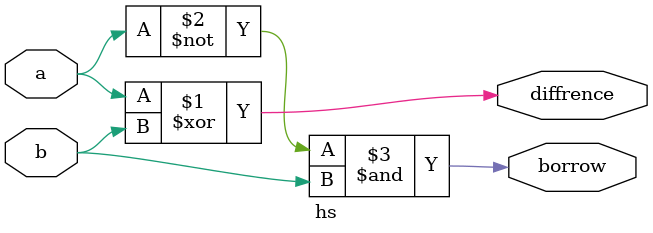
<source format=v>
module hs(a,b,diffrence,borrow);
input a,b;
output diffrence,borrow;
assign diffrence=a^b;
assign borrow=~a&b;
endmodule

</source>
